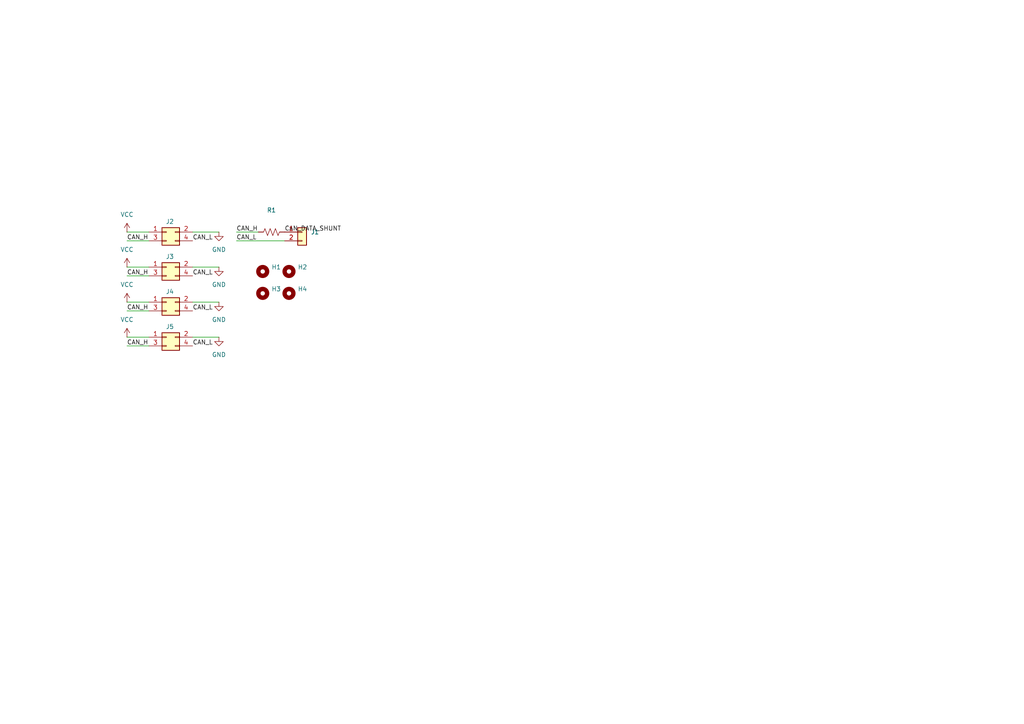
<source format=kicad_sch>
(kicad_sch (version 20231120) (generator "eeschema") (generator_version "8.0")
  (paper "A4")
  (lib_symbols
    (symbol "Connector_Generic:Conn_01x02" (pin_names (offset 1.016) hide)
      (property "Reference" "J" (at 0 2.54 0))
      (property "Value" "Conn_01x02" (at 0 -5.08 0))
      (symbol "Conn_01x02_1_1"
        (rectangle (start -1.27 -2.413) (end 0 -2.667) (stroke (width 0.1524)))
        (rectangle (start -1.27 0.127) (end 0 -0.127) (stroke (width 0.1524)))
        (rectangle (start -1.27 1.27) (end 1.27 -3.81) (stroke (width 0.254)) (fill (type background)))
        (pin passive line (at -5.08 0 0) (length 3.81) (name "Pin_1") (number "1"))
        (pin passive line (at -5.08 -2.54 0) (length 3.81) (name "Pin_2") (number "2"))
      )
    )
    (symbol "Connector_Generic:Conn_02x02_Odd_Even" (pin_names (offset 1.016) hide)
      (property "Reference" "J" (at 1.27 2.54 0))
      (property "Value" "Conn_02x02_Odd_Even" (at 1.27 -5.08 0))
      (symbol "Conn_02x02_Odd_Even_1_1"
        (rectangle (start -1.27 -2.413) (end 0 -2.667) (stroke (width 0.1524)))
        (rectangle (start -1.27 0.127) (end 0 -0.127) (stroke (width 0.1524)))
        (rectangle (start -1.27 1.27) (end 3.81 -3.81) (stroke (width 0.254)) (fill (type background)))
        (rectangle (start 3.81 -2.413) (end 2.54 -2.667) (stroke (width 0.1524)))
        (rectangle (start 3.81 0.127) (end 2.54 -0.127) (stroke (width 0.1524)))
        (pin passive line (at -5.08 0 0) (length 3.81) (name "Pin_1") (number "1"))
        (pin passive line (at 7.62 0 180) (length 3.81) (name "Pin_2") (number "2"))
        (pin passive line (at -5.08 -2.54 0) (length 3.81) (name "Pin_3") (number "3"))
        (pin passive line (at 7.62 -2.54 180) (length 3.81) (name "Pin_4") (number "4"))
      )
    )
    (symbol "Device:R_US" (pin_numbers hide) (pin_names (offset 0))
      (property "Reference" "R" (at 2.54 0 90))
      (property "Value" "R_US" (at -2.54 0 90))
      (symbol "R_US_0_1"
        (polyline (pts (xy 0 -2.286) (xy 0 -2.54)))
        (polyline (pts (xy 0 2.286) (xy 0 2.54)))
        (polyline (pts (xy 0 -0.762) (xy 1.016 -1.143) (xy 0 -1.524) (xy -1.016 -1.905) (xy 0 -2.286)))
        (polyline (pts (xy 0 0.762) (xy 1.016 0.381) (xy 0 0) (xy -1.016 -0.381) (xy 0 -0.762)))
        (polyline (pts (xy 0 2.286) (xy 1.016 1.905) (xy 0 1.524) (xy -1.016 1.143) (xy 0 0.762)))
      )
      (symbol "R_US_1_1"
        (pin passive line (at 0 3.81 270) (length 1.27) (name "~") (number "1"))
        (pin passive line (at 0 -3.81 90) (length 1.27) (name "~") (number "2"))
      )
    )
    (symbol "Mechanical:MountingHole" (pin_names (offset 1.016)) (exclude_from_sim yes) (in_bom no)
      (property "Reference" "H" (at 0 5.08 0))
      (property "Value" "MountingHole" (at 0 3.175 0))
      (symbol "MountingHole_0_1"
        (circle (center 0 0) (radius 1.27) (stroke (width 1.27)))
      )
    )
    (symbol "power:GND" (power) (pin_numbers hide) (pin_names (offset 0) hide)
      (property "Value" "GND" (at 0 -3.81 0))
      (symbol "GND_0_1"
        (polyline (pts (xy 0 0) (xy 0 -1.27) (xy 1.27 -1.27) (xy 0 -2.54) (xy -1.27 -1.27) (xy 0 -1.27)))
      )
      (symbol "GND_1_1"
        (pin power_in line (at 0 0 270) (length 0) (name "~") (number "1"))
      )
    )
    (symbol "power:VCC" (power) (pin_numbers hide) (pin_names (offset 0) hide)
      (property "Value" "VCC" (at 0 3.556 0))
      (symbol "VCC_0_1"
        (polyline (pts (xy -0.762 1.27) (xy 0 2.54)))
        (polyline (pts (xy 0 0) (xy 0 2.54)))
        (polyline (pts (xy 0 2.54) (xy 0.762 1.27)))
      )
      (symbol "VCC_1_1"
        (pin power_in line (at 0 0 90) (length 0) (name "~") (number "1"))
      )
    )
  )
  (wire (pts (xy 36.83 90.17) (xy 43.18 90.17)))
  (wire (pts (xy 36.83 87.63) (xy 43.18 87.63)))
  (wire (pts (xy 55.88 77.47) (xy 63.5 77.47)))
  (wire (pts (xy 36.83 69.85) (xy 43.18 69.85)))
  (wire (pts (xy 36.83 67.31) (xy 43.18 67.31)))
  (wire (pts (xy 68.58 69.85) (xy 82.55 69.85)))
  (wire (pts (xy 68.58 67.31) (xy 74.93 67.31)))
  (wire (pts (xy 36.83 77.47) (xy 43.18 77.47)))
  (wire (pts (xy 36.83 100.33) (xy 43.18 100.33)))
  (wire (pts (xy 36.83 80.01) (xy 43.18 80.01)))
  (wire (pts (xy 55.88 87.63) (xy 63.5 87.63)))
  (wire (pts (xy 55.88 97.79) (xy 63.5 97.79)))
  (wire (pts (xy 36.83 97.79) (xy 43.18 97.79)))
  (wire (pts (xy 55.88 67.31) (xy 63.5 67.31)))
  (label "CAN_H" (at 36.83 100.33 0))
  (label "CAN_L" (at 55.88 100.33 0))
  (label "CAN_L" (at 55.88 69.85 0))
  (label "CAN_DATA_SHUNT" (at 82.55 67.31 0))
  (label "CAN_H" (at 36.83 90.17 0))
  (label "CAN_H" (at 68.58 67.31 0))
  (label "CAN_L" (at 55.88 80.01 0))
  (label "CAN_H" (at 36.83 69.85 0))
  (label "CAN_H" (at 36.83 80.01 0))
  (label "CAN_L" (at 55.88 90.17 0))
  (label "CAN_L" (at 68.58 69.85 0))
  (symbol (lib_id "Device:R_US") (at 78.74 67.31 90) (unit 1)
    (property "Reference" "R1" (at 78.74 60.96 90))
    (property "Value" "120R" (effects (hide yes)))
    (property "Footprint" "Resistor_SMD:R_0603_1608Metric_Pad0.98x0.95mm_HandSolder" (effects (hide yes)))
    (property "Description" "Resistor, US symbol" (effects (hide yes)))
  )
  (symbol (lib_id "power:VCC") (at 36.83 77.47 0) (unit 1)
    (property "Reference" "#PWR03" (effects (hide yes)))
    (property "Value" "VCC" (at 36.83 72.39 0))
    (property "Description" "Power symbol creates a global label with name \"VCC\"" (effects (hide yes)))
  )
  (symbol (lib_id "power:GND") (at 63.5 77.47 0) (unit 1)
    (property "Reference" "#PWR04" (effects (hide yes)))
    (property "Value" "GND" (at 63.5 82.55 0))
    (property "Description" "Power symbol creates a global label with name \"GND\" , ground" (effects (hide yes)))
  )
  (symbol (lib_id "Connector_Generic:Conn_01x02") (at 87.63 67.31 0) (unit 1)
    (property "Reference" "J1" (at 90.17 67.3099 0) (effects (justify left)))
    (property "Value" "Conn_01x02" (effects (hide yes)))
    (property "Footprint" "Connector_PinHeader_2.54mm:PinHeader_1x02_P2.54mm_Vertical" (effects (hide yes)))
    (property "Description" "Generic connector, single row, 01x02, script generated (kicad-library-utils/schlib/autogen/connector/)" (effects (hide yes)))
  )
  (symbol (lib_id "power:VCC") (at 36.83 87.63 0) (unit 1)
    (property "Reference" "#PWR05" (effects (hide yes)))
    (property "Value" "VCC" (at 36.83 82.55 0))
    (property "Description" "Power symbol creates a global label with name \"VCC\"" (effects (hide yes)))
  )
  (symbol (lib_id "power:GND") (at 63.5 97.79 0) (unit 1)
    (property "Reference" "#PWR08" (effects (hide yes)))
    (property "Value" "GND" (at 63.5 102.87 0))
    (property "Description" "Power symbol creates a global label with name \"GND\" , ground" (effects (hide yes)))
  )
  (symbol (lib_id "Connector_Generic:Conn_02x02_Odd_Even") (at 48.26 87.63 0) (unit 1)
    (property "Reference" "J4" (at 49.276 84.582 0))
    (property "Value" "Conn_02x02_Odd_Even" (effects (hide yes)))
    (property "Footprint" "Connector_Molex:Molex_Mini-Fit_Jr_5569-04A2_2x02_P4.20mm_Horizontal" (effects (hide yes)))
    (property "Description" "Generic connector, double row, 02x02, odd/even pin numbering scheme (row 1 odd numbers, row 2 even numbers), script generated (kicad-library-utils/schlib/autogen/connector/)" (effects (hide yes)))
  )
  (symbol (lib_id "Mechanical:MountingHole") (at 83.82 85.09 0) (unit 1) (exclude_from_sim yes) (in_bom no)
    (property "Reference" "H4" (at 86.36 83.8199 0) (effects (justify left)))
    (property "Value" "MountingHole" (effects (hide yes)))
    (property "Footprint" "MountingHole:MountingHole_3.2mm_M3_Pad_TopBottom" (effects (hide yes)))
    (property "Description" "Mounting Hole without connection" (effects (hide yes)))
  )
  (symbol (lib_id "Connector_Generic:Conn_02x02_Odd_Even") (at 48.26 97.79 0) (unit 1)
    (property "Reference" "J5" (at 49.276 94.742 0))
    (property "Value" "Conn_02x02_Odd_Even" (effects (hide yes)))
    (property "Footprint" "Connector_Molex:Molex_Mini-Fit_Jr_5569-04A2_2x02_P4.20mm_Horizontal" (effects (hide yes)))
    (property "Description" "Generic connector, double row, 02x02, odd/even pin numbering scheme (row 1 odd numbers, row 2 even numbers), script generated (kicad-library-utils/schlib/autogen/connector/)" (effects (hide yes)))
  )
  (symbol (lib_id "Mechanical:MountingHole") (at 76.2 78.74 0) (unit 1) (exclude_from_sim yes) (in_bom no)
    (property "Reference" "H1" (at 78.74 77.4699 0) (effects (justify left)))
    (property "Value" "MountingHole" (effects (hide yes)))
    (property "Footprint" "MountingHole:MountingHole_3.2mm_M3_Pad_TopBottom" (effects (hide yes)))
    (property "Description" "Mounting Hole without connection" (effects (hide yes)))
  )
  (symbol (lib_id "power:VCC") (at 36.83 67.31 0) (unit 1)
    (property "Reference" "#PWR02" (effects (hide yes)))
    (property "Value" "VCC" (at 36.83 62.23 0))
    (property "Description" "Power symbol creates a global label with name \"VCC\"" (effects (hide yes)))
  )
  (symbol (lib_id "power:VCC") (at 36.83 97.79 0) (unit 1)
    (property "Reference" "#PWR07" (effects (hide yes)))
    (property "Value" "VCC" (at 36.83 92.71 0))
    (property "Description" "Power symbol creates a global label with name \"VCC\"" (effects (hide yes)))
  )
  (symbol (lib_id "Mechanical:MountingHole") (at 83.82 78.74 0) (unit 1) (exclude_from_sim yes) (in_bom no)
    (property "Reference" "H2" (at 86.36 77.4699 0) (effects (justify left)))
    (property "Value" "MountingHole" (effects (hide yes)))
    (property "Footprint" "MountingHole:MountingHole_3.2mm_M3_Pad_TopBottom" (effects (hide yes)))
    (property "Description" "Mounting Hole without connection" (effects (hide yes)))
  )
  (symbol (lib_id "Connector_Generic:Conn_02x02_Odd_Even") (at 48.26 77.47 0) (unit 1)
    (property "Reference" "J3" (at 49.276 74.422 0))
    (property "Value" "Conn_02x02_Odd_Even" (effects (hide yes)))
    (property "Footprint" "Connector_Molex:Molex_Mini-Fit_Jr_5569-04A2_2x02_P4.20mm_Horizontal" (effects (hide yes)))
    (property "Description" "Generic connector, double row, 02x02, odd/even pin numbering scheme (row 1 odd numbers, row 2 even numbers), script generated (kicad-library-utils/schlib/autogen/connector/)" (effects (hide yes)))
  )
  (symbol (lib_id "Connector_Generic:Conn_02x02_Odd_Even") (at 48.26 67.31 0) (unit 1)
    (property "Reference" "J2" (at 49.276 64.262 0))
    (property "Value" "Conn_02x02_Odd_Even" (effects (hide yes)))
    (property "Footprint" "Connector_Molex:Molex_Mini-Fit_Jr_5569-04A2_2x02_P4.20mm_Horizontal" (effects (hide yes)))
    (property "Description" "Generic connector, double row, 02x02, odd/even pin numbering scheme (row 1 odd numbers, row 2 even numbers), script generated (kicad-library-utils/schlib/autogen/connector/)" (effects (hide yes)))
  )
  (symbol (lib_id "power:GND") (at 63.5 87.63 0) (unit 1)
    (property "Reference" "#PWR06" (effects (hide yes)))
    (property "Value" "GND" (at 63.5 92.71 0))
    (property "Description" "Power symbol creates a global label with name \"GND\" , ground" (effects (hide yes)))
  )
  (symbol (lib_id "power:GND") (at 63.5 67.31 0) (unit 1)
    (property "Reference" "#PWR01" (effects (hide yes)))
    (property "Value" "GND" (at 63.5 72.39 0))
    (property "Description" "Power symbol creates a global label with name \"GND\" , ground" (effects (hide yes)))
  )
  (symbol (lib_id "Mechanical:MountingHole") (at 76.2 85.09 0) (unit 1) (exclude_from_sim yes) (in_bom no)
    (property "Reference" "H3" (at 78.74 83.8199 0) (effects (justify left)))
    (property "Value" "MountingHole" (effects (hide yes)))
    (property "Footprint" "MountingHole:MountingHole_3.2mm_M3_Pad_TopBottom" (effects (hide yes)))
    (property "Description" "Mounting Hole without connection" (effects (hide yes)))
  )
)
</source>
